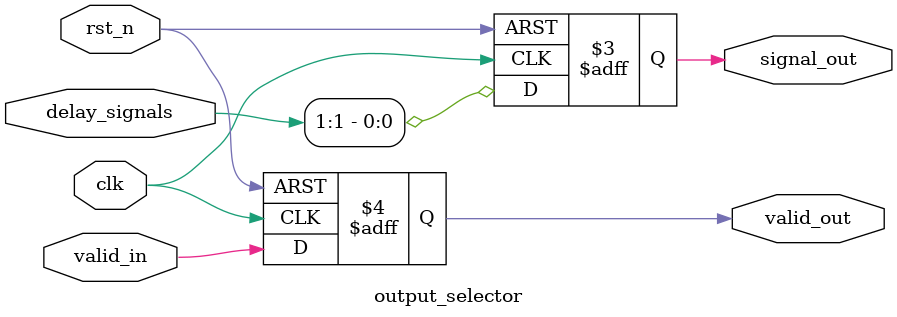
<source format=sv>
module int_ctrl_delay #(
    parameter DLY = 2
)(
    input  wire        clk,
    input  wire        rst_n,      // 复位信号
    input  wire        valid_in,   // 输入有效信号
    input  wire        int_in,
    output wire        int_out,
    output wire        valid_out   // 输出有效信号
);
    // 内部信号定义
    wire [DLY-1:0] delay_signals;
    wire [DLY:0]   stage_valid;    // 流水线各级有效信号
    
    // 延迟链生成器模块实例化 - 流水线版本
    delay_chain_generator #(
        .DELAY_LENGTH(DLY)
    ) delay_chain_inst (
        .clk          (clk),
        .rst_n        (rst_n),
        .valid_in     (valid_in),
        .signal_in    (int_in),
        .delay_signals(delay_signals),
        .stage_valid  (stage_valid)
    );
    
    // 输出选择器模块实例化 - 流水线版本
    output_selector #(
        .DELAY_LENGTH(DLY)
    ) output_select_inst (
        .clk          (clk),          // 添加时钟
        .rst_n        (rst_n),        // 添加复位
        .delay_signals(delay_signals),
        .valid_in     (stage_valid[DLY-1]),
        .signal_out   (int_out),
        .valid_out    (valid_out)
    );
    
endmodule

// 延迟链生成器子模块 - 流水线版本（优化后）
module delay_chain_generator #(
    parameter DELAY_LENGTH = 2
)(
    input  wire                       clk,
    input  wire                       rst_n,
    input  wire                       valid_in,
    input  wire                       signal_in,
    output wire [DELAY_LENGTH-1:0]    delay_signals,
    output reg  [DELAY_LENGTH:0]      stage_valid
);
    // 前向寄存器重定时 - 将输入寄存器推到组合逻辑后
    reg signal_in_d;  // 输入信号延迟寄存器
    reg [DELAY_LENGTH-2:0] delay_chain;
    
    // 保留输入信号 - 实现无寄存器路径到第一级
    assign delay_signals[0] = signal_in;
    
    // 延迟链剩余部分
    assign delay_signals[DELAY_LENGTH-1:1] = delay_chain;
    
    // 流水线寄存器 - 前向重定时后的数据路径
    always @(posedge clk or negedge rst_n) begin
        if (!rst_n) begin
            signal_in_d <= 1'b0;
            delay_chain <= {(DELAY_LENGTH-1){1'b0}};
        end else begin
            if (valid_in || stage_valid[0]) begin
                signal_in_d <= signal_in;
                if (DELAY_LENGTH > 2) begin
                    delay_chain <= {delay_chain[DELAY_LENGTH-3:0], signal_in_d};
                end else if (DELAY_LENGTH == 2) begin
                    delay_chain <= signal_in_d;
                end
            end
        end
    end
    
    // 流水线控制 - valid信号传播
    always @(posedge clk or negedge rst_n) begin
        if (!rst_n) begin
            stage_valid <= {(DELAY_LENGTH+1){1'b0}};
        end else begin
            stage_valid <= {stage_valid[DELAY_LENGTH-1:0], valid_in};
        end
    end
    
endmodule

// 输出选择器子模块 - 流水线版本（优化后）
module output_selector #(
    parameter DELAY_LENGTH = 2
)(
    input  wire                     clk,         // 添加时钟
    input  wire                     rst_n,       // 添加复位
    input  wire [DELAY_LENGTH-1:0]  delay_signals,
    input  wire                     valid_in,
    output reg                      signal_out,
    output reg                      valid_out
);
    // 流水线输出阶段 - 添加寄存器优化关键路径
    always @(posedge clk or negedge rst_n) begin
        if (!rst_n) begin
            signal_out <= 1'b0;
            valid_out <= 1'b0;
        end else begin
            signal_out <= delay_signals[DELAY_LENGTH-1];
            valid_out <= valid_in;
        end
    end
    
endmodule
</source>
